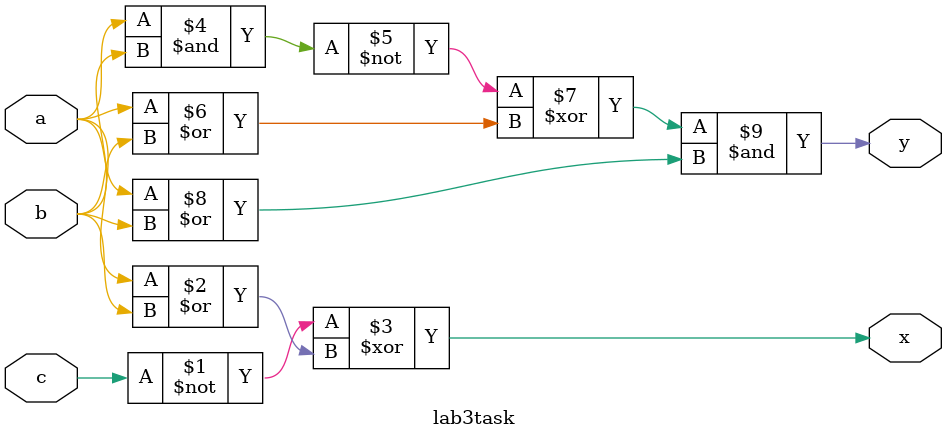
<source format=sv>
module lab3task(output x, 
                output y,
                input  a, 
                input  b,
                input  c
                ); 
                
    assign x = (~c) ^ (a | b);			               //=>XOR operation with inverted c
    assign y = ((~( a & b )) ^ (a | b)) & (a | b);     // =>AND operation       
    
endmodule  

</source>
